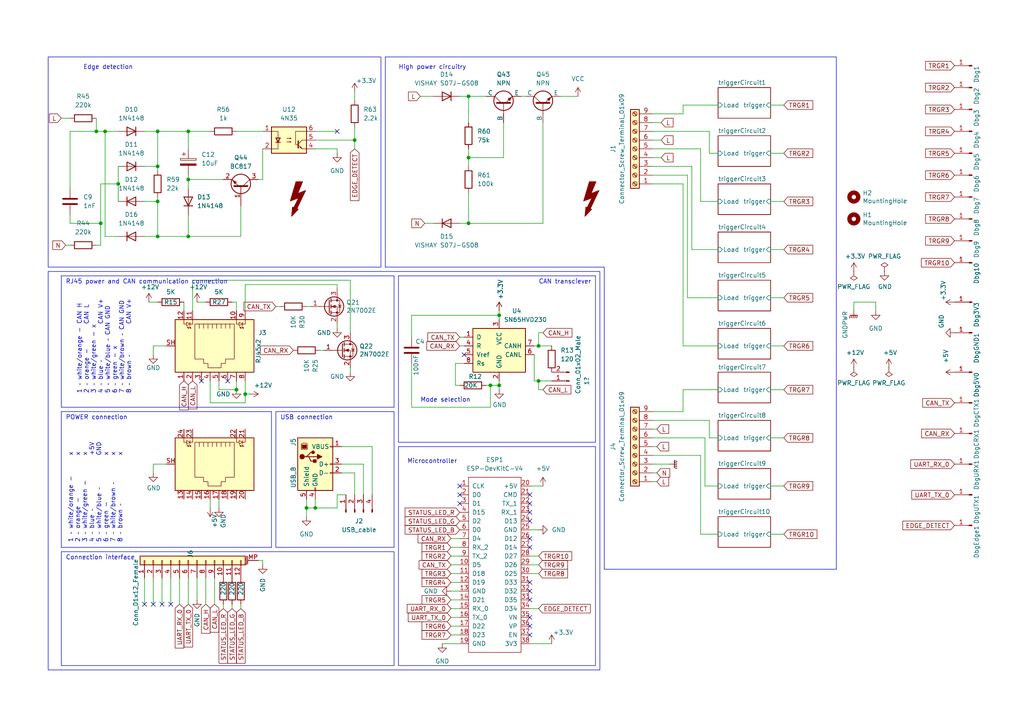
<source format=kicad_sch>
(kicad_sch (version 20230121) (generator eeschema)
  (paper "A4")
  (junction (at 144.78 111.76))
  (junction (at 54.61 38.1))
  (junction (at 54.61 68.58))
  (junction (at 88.9 147.32))
  (junction (at 45.72 48.26))
  (junction (at 27.94 38.1))
  (junction (at 45.72 68.58))
  (junction (at 34.29 53.34))
  (junction (at 29.21 64.77))
  (junction (at 135.89 45.72))
  (junction (at 91.44 147.32))
  (junction (at 144.78 91.44))
  (junction (at 45.72 38.1))
  (junction (at 45.72 58.42))
  (junction (at 54.61 52.07))
  (junction (at 142.24 111.76))
  (junction (at 135.89 64.77))
  (junction (at 156.21 100.33))
  (junction (at 102.87 40.64))
  (junction (at 156.21 110.49))
  (junction (at 68.58 113.03))
  (junction (at 135.89 27.94))
  (junction (at 71.12 114.3))
  (junction (at 30.48 38.1))
  (no_connect (at 153.67 184.15))
  (no_connect (at 133.35 143.51))
  (no_connect (at 66.04 110.49))
  (no_connect (at 58.42 110.49))
  (no_connect (at 41.91 175.26))
  (no_connect (at 153.67 173.99))
  (no_connect (at 134.62 102.87))
  (no_connect (at 49.53 175.26))
  (no_connect (at 153.67 179.07))
  (no_connect (at 153.67 171.45))
  (no_connect (at 153.67 148.59))
  (no_connect (at 46.99 175.26))
  (no_connect (at 153.67 168.91))
  (no_connect (at 153.67 143.51))
  (no_connect (at 153.67 151.13))
  (no_connect (at 153.67 156.21))
  (no_connect (at 153.67 158.75))
  (no_connect (at 153.67 146.05))
  (no_connect (at 133.35 140.97))
  (no_connect (at 44.45 175.26))
  (no_connect (at 153.67 181.61))
  (no_connect (at 133.35 146.05))
  (no_connect (at 97.79 38.1))
  (wire (pts (xy 128.27 186.69) (xy 133.35 186.69)))
  (wire (pts (xy 19.05 71.12) (xy 20.32 71.12)))
  (wire (pts (xy 132.08 105.41) (xy 132.08 111.76)))
  (wire (pts (xy 133.35 97.79) (xy 134.62 97.79)))
  (wire (pts (xy 203.2 58.42) (xy 208.28 58.42)))
  (wire (pts (xy 91.44 147.32) (xy 91.44 144.78)))
  (wire (pts (xy 198.12 113.03) (xy 198.12 119.38)))
  (wire (pts (xy 41.91 48.26) (xy 45.72 48.26)))
  (wire (pts (xy 29.21 53.34) (xy 34.29 53.34)))
  (wire (pts (xy 135.89 55.88) (xy 135.89 64.77)))
  (wire (pts (xy 88.9 88.9) (xy 90.17 88.9)))
  (wire (pts (xy 54.61 167.64) (xy 54.61 175.26)))
  (wire (pts (xy 74.93 162.56) (xy 76.2 162.56)))
  (wire (pts (xy 208.28 113.03) (xy 198.12 113.03)))
  (wire (pts (xy 69.85 176.53) (xy 69.85 175.26)))
  (wire (pts (xy 223.52 127) (xy 227.33 127)))
  (wire (pts (xy 45.72 58.42) (xy 45.72 68.58)))
  (wire (pts (xy 68.58 110.49) (xy 68.58 113.03)))
  (wire (pts (xy 101.6 107.95) (xy 101.6 106.68)))
  (wire (pts (xy 151.13 27.94) (xy 152.4 27.94)))
  (wire (pts (xy 130.81 163.83) (xy 133.35 163.83)))
  (wire (pts (xy 71.12 114.3) (xy 72.39 114.3)))
  (wire (pts (xy 205.74 38.1) (xy 205.74 44.45)))
  (polyline (pts (xy 17.78 80.01) (xy 114.3 80.01)))
  (wire (pts (xy 144.78 91.44) (xy 144.78 92.71)))
  (wire (pts (xy 54.61 52.07) (xy 54.61 54.61)))
  (wire (pts (xy 153.67 176.53) (xy 156.21 176.53)))
  (wire (pts (xy 45.72 48.26) (xy 45.72 49.53)))
  (wire (pts (xy 199.39 86.36) (xy 208.28 86.36)))
  (wire (pts (xy 67.31 176.53) (xy 67.31 175.26)))
  (wire (pts (xy 57.15 173.99) (xy 57.15 167.64)))
  (wire (pts (xy 27.94 71.12) (xy 29.21 71.12)))
  (wire (pts (xy 189.23 40.64) (xy 191.77 40.64)))
  (wire (pts (xy 45.72 38.1) (xy 54.61 38.1)))
  (wire (pts (xy 223.52 72.39) (xy 227.33 72.39)))
  (wire (pts (xy 130.81 173.99) (xy 133.35 173.99)))
  (polyline (pts (xy 17.78 118.11) (xy 114.3 118.11)))
  (wire (pts (xy 34.29 53.34) (xy 34.29 58.42)))
  (wire (pts (xy 71.12 114.3) (xy 71.12 116.84)))
  (wire (pts (xy 101.6 96.52) (xy 101.6 81.28)))
  (wire (pts (xy 49.53 167.64) (xy 49.53 175.26)))
  (wire (pts (xy 247.65 90.17) (xy 247.65 87.63)))
  (wire (pts (xy 153.67 140.97) (xy 157.48 140.97)))
  (wire (pts (xy 133.35 27.94) (xy 135.89 27.94)))
  (polyline (pts (xy 111.76 16.51) (xy 111.76 77.47)))
  (wire (pts (xy 44.45 134.62) (xy 48.26 134.62)))
  (wire (pts (xy 91.44 43.18) (xy 97.79 43.18)))
  (wire (pts (xy 198.12 100.33) (xy 208.28 100.33)))
  (wire (pts (xy 54.61 68.58) (xy 69.85 68.58)))
  (wire (pts (xy 153.67 163.83) (xy 156.21 163.83)))
  (wire (pts (xy 135.89 43.18) (xy 135.89 45.72)))
  (wire (pts (xy 102.87 43.18) (xy 102.87 40.64)))
  (wire (pts (xy 189.23 53.34) (xy 198.12 53.34)))
  (wire (pts (xy 55.88 81.28) (xy 55.88 90.17)))
  (wire (pts (xy 146.05 45.72) (xy 135.89 45.72)))
  (wire (pts (xy 27.94 38.1) (xy 30.48 38.1)))
  (wire (pts (xy 17.78 34.29) (xy 20.32 34.29)))
  (wire (pts (xy 198.12 30.48) (xy 208.28 30.48)))
  (wire (pts (xy 205.74 127) (xy 208.28 127)))
  (wire (pts (xy 154.94 102.87) (xy 154.94 110.49)))
  (wire (pts (xy 102.87 36.83) (xy 102.87 40.64)))
  (wire (pts (xy 41.91 175.26) (xy 41.91 167.64)))
  (wire (pts (xy 57.15 87.63) (xy 59.69 87.63)))
  (polyline (pts (xy 242.57 16.51) (xy 242.57 165.1)))
  (wire (pts (xy 68.58 87.63) (xy 68.58 90.17)))
  (wire (pts (xy 144.78 110.49) (xy 144.78 111.76)))
  (wire (pts (xy 71.12 82.55) (xy 97.79 82.55)))
  (wire (pts (xy 54.61 62.23) (xy 54.61 68.58)))
  (polyline (pts (xy 172.72 80.01) (xy 172.72 128.27)))
  (wire (pts (xy 30.48 38.1) (xy 34.29 38.1)))
  (wire (pts (xy 30.48 38.1) (xy 30.48 68.58)))
  (polyline (pts (xy 115.57 128.27) (xy 115.57 80.01)))
  (wire (pts (xy 135.89 27.94) (xy 135.89 35.56)))
  (wire (pts (xy 54.61 52.07) (xy 64.77 52.07)))
  (wire (pts (xy 63.5 113.03) (xy 68.58 113.03)))
  (wire (pts (xy 71.12 82.55) (xy 71.12 90.17)))
  (wire (pts (xy 130.81 168.91) (xy 133.35 168.91)))
  (wire (pts (xy 223.52 30.48) (xy 227.33 30.48)))
  (wire (pts (xy 52.07 175.26) (xy 52.07 167.64)))
  (polyline (pts (xy 111.76 16.51) (xy 242.57 16.51)))
  (wire (pts (xy 142.24 111.76) (xy 144.78 111.76)))
  (wire (pts (xy 189.23 121.92) (xy 205.74 121.92)))
  (wire (pts (xy 34.29 48.26) (xy 34.29 53.34)))
  (wire (pts (xy 80.01 88.9) (xy 81.28 88.9)))
  (wire (pts (xy 153.67 166.37) (xy 156.21 166.37)))
  (polyline (pts (xy 17.78 119.38) (xy 78.74 119.38)))
  (wire (pts (xy 134.62 105.41) (xy 132.08 105.41)))
  (wire (pts (xy 146.05 35.56) (xy 146.05 45.72)))
  (wire (pts (xy 254 87.63) (xy 254 90.17)))
  (wire (pts (xy 48.26 100.33) (xy 44.45 100.33)))
  (wire (pts (xy 189.23 35.56) (xy 191.77 35.56)))
  (wire (pts (xy 119.38 91.44) (xy 144.78 91.44)))
  (wire (pts (xy 189.23 129.54) (xy 190.5 129.54)))
  (wire (pts (xy 189.23 132.08) (xy 203.2 132.08)))
  (wire (pts (xy 189.23 33.02) (xy 198.12 33.02)))
  (wire (pts (xy 200.66 48.26) (xy 200.66 72.39)))
  (wire (pts (xy 156.21 113.03) (xy 157.48 113.03)))
  (wire (pts (xy 20.32 64.77) (xy 29.21 64.77)))
  (wire (pts (xy 223.52 154.94) (xy 227.33 154.94)))
  (wire (pts (xy 223.52 140.97) (xy 227.33 140.97)))
  (wire (pts (xy 20.32 38.1) (xy 20.32 54.61)))
  (wire (pts (xy 29.21 71.12) (xy 29.21 64.77)))
  (wire (pts (xy 101.6 81.28) (xy 55.88 81.28)))
  (wire (pts (xy 154.94 110.49) (xy 156.21 110.49)))
  (wire (pts (xy 69.85 68.58) (xy 69.85 59.69)))
  (polyline (pts (xy 17.78 158.75) (xy 78.74 158.75)))
  (wire (pts (xy 135.89 45.72) (xy 135.89 48.26)))
  (wire (pts (xy 157.48 35.56) (xy 157.48 64.77)))
  (wire (pts (xy 205.74 121.92) (xy 205.74 127)))
  (wire (pts (xy 45.72 68.58) (xy 41.91 68.58)))
  (wire (pts (xy 130.81 161.29) (xy 133.35 161.29)))
  (wire (pts (xy 223.52 86.36) (xy 227.33 86.36)))
  (polyline (pts (xy 17.78 80.01) (xy 17.78 118.11)))
  (polyline (pts (xy 17.78 119.38) (xy 17.78 158.75)))
  (wire (pts (xy 107.95 129.54) (xy 99.06 129.54)))
  (wire (pts (xy 204.47 127) (xy 204.47 140.97)))
  (wire (pts (xy 203.2 132.08) (xy 203.2 154.94)))
  (wire (pts (xy 91.44 40.64) (xy 102.87 40.64)))
  (wire (pts (xy 132.08 111.76) (xy 133.35 111.76)))
  (wire (pts (xy 189.23 48.26) (xy 200.66 48.26)))
  (wire (pts (xy 130.81 181.61) (xy 133.35 181.61)))
  (wire (pts (xy 46.99 175.26) (xy 46.99 167.64)))
  (wire (pts (xy 189.23 139.7) (xy 190.5 139.7)))
  (wire (pts (xy 91.44 38.1) (xy 97.79 38.1)))
  (wire (pts (xy 205.74 44.45) (xy 208.28 44.45)))
  (wire (pts (xy 97.79 95.25) (xy 97.79 93.98)))
  (wire (pts (xy 189.23 134.62) (xy 194.31 134.62)))
  (wire (pts (xy 156.21 96.52) (xy 156.21 100.33)))
  (wire (pts (xy 97.79 147.32) (xy 91.44 147.32)))
  (wire (pts (xy 130.81 184.15) (xy 133.35 184.15)))
  (wire (pts (xy 97.79 143.51) (xy 97.79 147.32)))
  (wire (pts (xy 102.87 137.16) (xy 99.06 137.16)))
  (wire (pts (xy 64.77 176.53) (xy 64.77 175.26)))
  (wire (pts (xy 30.48 68.58) (xy 34.29 68.58)))
  (wire (pts (xy 153.67 153.67) (xy 156.21 153.67)))
  (wire (pts (xy 60.96 116.84) (xy 60.96 110.49)))
  (wire (pts (xy 223.52 100.33) (xy 227.33 100.33)))
  (wire (pts (xy 153.67 186.69) (xy 160.02 186.69)))
  (wire (pts (xy 54.61 38.1) (xy 54.61 43.18)))
  (wire (pts (xy 198.12 53.34) (xy 198.12 100.33)))
  (wire (pts (xy 63.5 110.49) (xy 63.5 113.03)))
  (wire (pts (xy 44.45 137.16) (xy 44.45 134.62)))
  (wire (pts (xy 88.9 147.32) (xy 88.9 149.86)))
  (wire (pts (xy 59.69 167.64) (xy 59.69 175.26)))
  (wire (pts (xy 63.5 144.78) (xy 63.5 147.32)))
  (wire (pts (xy 102.87 26.67) (xy 102.87 29.21)))
  (wire (pts (xy 189.23 124.46) (xy 190.5 124.46)))
  (wire (pts (xy 119.38 118.11) (xy 142.24 118.11)))
  (wire (pts (xy 76.2 52.07) (xy 74.93 52.07)))
  (wire (pts (xy 189.23 43.18) (xy 203.2 43.18)))
  (wire (pts (xy 198.12 33.02) (xy 198.12 30.48)))
  (wire (pts (xy 223.52 58.42) (xy 227.33 58.42)))
  (wire (pts (xy 54.61 50.8) (xy 54.61 52.07)))
  (wire (pts (xy 100.33 143.51) (xy 97.79 143.51)))
  (wire (pts (xy 76.2 162.56) (xy 76.2 163.83)))
  (polyline (pts (xy 78.74 119.38) (xy 78.74 158.75)))
  (wire (pts (xy 99.06 134.62) (xy 105.41 134.62)))
  (wire (pts (xy 135.89 64.77) (xy 133.35 64.77)))
  (wire (pts (xy 121.92 27.94) (xy 125.73 27.94)))
  (wire (pts (xy 204.47 140.97) (xy 208.28 140.97)))
  (polyline (pts (xy 115.57 128.27) (xy 172.72 128.27)))
  (wire (pts (xy 119.38 97.79) (xy 119.38 91.44)))
  (wire (pts (xy 189.23 137.16) (xy 190.5 137.16)))
  (wire (pts (xy 123.19 64.77) (xy 125.73 64.77)))
  (wire (pts (xy 200.66 72.39) (xy 208.28 72.39)))
  (wire (pts (xy 189.23 127) (xy 204.47 127)))
  (wire (pts (xy 67.31 87.63) (xy 68.58 87.63)))
  (wire (pts (xy 223.52 113.03) (xy 227.33 113.03)))
  (wire (pts (xy 20.32 64.77) (xy 20.32 62.23)))
  (wire (pts (xy 198.12 119.38) (xy 189.23 119.38)))
  (wire (pts (xy 45.72 38.1) (xy 45.72 48.26)))
  (polyline (pts (xy 115.57 80.01) (xy 172.72 80.01)))
  (polyline (pts (xy 242.57 165.1) (xy 175.26 165.1)))
  (wire (pts (xy 140.97 111.76) (xy 142.24 111.76)))
  (wire (pts (xy 189.23 38.1) (xy 205.74 38.1)))
  (wire (pts (xy 144.78 111.76) (xy 144.78 113.03)))
  (wire (pts (xy 130.81 179.07) (xy 133.35 179.07)))
  (wire (pts (xy 142.24 118.11) (xy 142.24 111.76)))
  (wire (pts (xy 135.89 27.94) (xy 140.97 27.94)))
  (wire (pts (xy 20.32 38.1) (xy 27.94 38.1)))
  (wire (pts (xy 60.96 147.32) (xy 60.96 144.78)))
  (wire (pts (xy 92.71 101.6) (xy 93.98 101.6)))
  (wire (pts (xy 223.52 44.45) (xy 227.33 44.45)))
  (wire (pts (xy 76.2 43.18) (xy 76.2 52.07)))
  (wire (pts (xy 189.23 50.8) (xy 199.39 50.8)))
  (wire (pts (xy 130.81 166.37) (xy 133.35 166.37)))
  (wire (pts (xy 156.21 110.49) (xy 156.21 113.03)))
  (wire (pts (xy 144.78 90.17) (xy 144.78 91.44)))
  (wire (pts (xy 203.2 154.94) (xy 208.28 154.94)))
  (wire (pts (xy 119.38 105.41) (xy 119.38 118.11)))
  (wire (pts (xy 134.62 100.33) (xy 133.35 100.33)))
  (wire (pts (xy 54.61 68.58) (xy 45.72 68.58)))
  (polyline (pts (xy 114.3 80.01) (xy 114.3 118.11)))
  (wire (pts (xy 105.41 134.62) (xy 105.41 143.51)))
  (wire (pts (xy 203.2 43.18) (xy 203.2 58.42)))
  (wire (pts (xy 71.12 116.84) (xy 60.96 116.84)))
  (wire (pts (xy 102.87 143.51) (xy 102.87 137.16)))
  (wire (pts (xy 88.9 144.78) (xy 88.9 147.32)))
  (wire (pts (xy 44.45 100.33) (xy 44.45 102.87)))
  (wire (pts (xy 156.21 110.49) (xy 160.02 110.49)))
  (wire (pts (xy 44.45 167.64) (xy 44.45 175.26)))
  (wire (pts (xy 88.9 147.32) (xy 91.44 147.32)))
  (wire (pts (xy 130.81 156.21) (xy 133.35 156.21)))
  (wire (pts (xy 130.81 158.75) (xy 133.35 158.75)))
  (wire (pts (xy 153.67 161.29) (xy 156.21 161.29)))
  (wire (pts (xy 130.81 171.45) (xy 133.35 171.45)))
  (wire (pts (xy 130.81 176.53) (xy 133.35 176.53)))
  (wire (pts (xy 97.79 82.55) (xy 97.79 83.82)))
  (polyline (pts (xy 175.26 165.1) (xy 175.26 77.47)))
  (wire (pts (xy 97.79 43.18) (xy 97.79 44.45)))
  (wire (pts (xy 71.12 110.49) (xy 71.12 114.3)))
  (wire (pts (xy 54.61 38.1) (xy 60.96 38.1)))
  (wire (pts (xy 107.95 143.51) (xy 107.95 129.54)))
  (wire (pts (xy 157.48 96.52) (xy 156.21 96.52)))
  (wire (pts (xy 199.39 50.8) (xy 199.39 86.36)))
  (wire (pts (xy 43.18 87.63) (xy 45.72 87.63)))
  (wire (pts (xy 41.91 58.42) (xy 45.72 58.42)))
  (wire (pts (xy 41.91 38.1) (xy 45.72 38.1)))
  (wire (pts (xy 189.23 45.72) (xy 191.77 45.72)))
  (wire (pts (xy 27.94 34.29) (xy 27.94 38.1)))
  (wire (pts (xy 162.56 27.94) (xy 167.64 27.94)))
  (wire (pts (xy 29.21 64.77) (xy 29.21 53.34)))
  (wire (pts (xy 45.72 58.42) (xy 45.72 57.15)))
  (wire (pts (xy 247.65 87.63) (xy 254 87.63)))
  (wire (pts (xy 53.34 87.63) (xy 53.34 90.17)))
  (polyline (pts (xy 175.26 77.47) (xy 111.76 77.47)))
  (wire (pts (xy 68.58 38.1) (xy 76.2 38.1)))
  (wire (pts (xy 62.23 175.26) (xy 62.23 167.64)))
  (wire (pts (xy 157.48 64.77) (xy 135.89 64.77)))
  (wire (pts (xy 154.94 100.33) (xy 156.21 100.33)))
  (wire (pts (xy 156.21 100.33) (xy 160.02 100.33)))
  (rectangle (start 80.01 119.38) (end 114.3 158.75))
  (rectangle (start 13.97 16.51) (end 110.49 77.47))
  (rectangle (start 115.57 129.54) (end 172.72 193.04))
  (rectangle (start 17.78 160.02) (end 114.3 193.04))
  (rectangle (start 13.97 78.74) (end 173.99 194.31))
  (text "1 – white/orange - CAN H\n2 – orange -	CAN L\n3 – white/green - x\n4 – blue –		CAN V+\n5 – white/blue – CAN GND\n6 – green - x\n7 – white/brown – CAN GND\n8 – brown –		CAN V+" (at 38.1 114.3 90) (effects (font (size 1.27 1.27)) (justify left bottom)))
  (text "Connection interface" (at 19.05 162.56 0) (effects (font (size 1.27 1.27)) (justify left bottom)))
  (text "High power circuitry\n" (at 115.57 20.32 0) (effects (font (size 1.27 1.27)) (justify left bottom)))
  (text "CAN transciever" (at 156.21 82.55 0) (effects (font (size 1.27 1.27)) (justify left bottom)))
  (text "POWER connection" (at 19.05 121.92 0) (effects (font (size 1.27 1.27)) (justify left bottom)))
  (text "Mode selection\n" (at 121.92 116.84 0) (effects (font (size 1.27 1.27)) (justify left bottom)))
  (text "Microcontroller" (at 118.11 134.62 0) (effects (font (size 1.27 1.27)) (justify left bottom)))
  (text "RJ45 power and CAN communication connection" (at 19.05 82.55 0) (effects (font (size 1.27 1.27)) (justify left bottom)))
  (text "USB connection" (at 81.28 121.92 0) (effects (font (size 1.27 1.27)) (justify left bottom)))
  (text "1 – white/orange -	x\n2 – orange -		x\n3 – white/green -	x\n4 – blue –			+5V\n5 – white/blue –	GND\n6 – green -			x\n7 – white/brown –	x\n8 – brown –			x" (at 35.56 157.48 90) (effects (font (size 1.27 1.27)) (justify left bottom)))
  (text "Edge detection" (at 24.13 20.32 0) (effects (font (size 1.27 1.27)) (justify left bottom)))
  (global_label "TRGR5" (shape input) (at 130.81 173.99 180) (property "Intersheetrefs" "${INTERSHEET_REFS}" (effects hide)))
  (global_label "CAN_RX" (shape input) (at 133.35 100.33 180) (property "Intersheetrefs" "${INTERSHEET_REFS}" (effects hide)))
  (global_label "UART_TX_0" (shape input) (at 276.86 143.51 180) (property "Intersheetrefs" "${INTERSHEET_REFS}" (effects hide)))
  (global_label "STATUS_LED_B" (shape input) (at 69.85 176.53 270) (property "Intersheetrefs" "${INTERSHEET_REFS}" (effects hide)))
  (global_label "EDGE_DETECT" (shape input) (at 102.87 43.18 270) (property "Intersheetrefs" "${INTERSHEET_REFS}" (effects hide)))
  (global_label "TRGR1" (shape input) (at 227.33 30.48 0) (property "Intersheetrefs" "${INTERSHEET_REFS}" (effects hide)))
  (global_label "N" (shape input) (at 123.19 64.77 180) (property "Intersheetrefs" "${INTERSHEET_REFS}" (effects hide)))
  (global_label "CAN_RX" (shape input) (at 130.81 156.21 180) (property "Intersheetrefs" "${INTERSHEET_REFS}" (effects hide)))
  (global_label "TRGR9" (shape input) (at 276.86 69.85 180) (property "Intersheetrefs" "${INTERSHEET_REFS}" (effects hide)))
  (global_label "TRGR8" (shape input) (at 227.33 127 0) (property "Intersheetrefs" "${INTERSHEET_REFS}" (effects hide)))
  (global_label "TRGR9" (shape input) (at 227.33 140.97 0) (property "Intersheetrefs" "${INTERSHEET_REFS}" (effects hide)))
  (global_label "STATUS_LED_G" (shape input) (at 67.31 176.53 270) (property "Intersheetrefs" "${INTERSHEET_REFS}" (effects hide)))
  (global_label "TRGR4" (shape input) (at 130.81 168.91 180) (property "Intersheetrefs" "${INTERSHEET_REFS}" (effects hide)))
  (global_label "TRGR7" (shape input) (at 227.33 113.03 0) (property "Intersheetrefs" "${INTERSHEET_REFS}" (effects hide)))
  (global_label "CAN_RX" (shape input) (at 85.09 101.6 180) (property "Intersheetrefs" "${INTERSHEET_REFS}" (effects hide)))
  (global_label "TRGR8" (shape input) (at 156.21 166.37 0) (property "Intersheetrefs" "${INTERSHEET_REFS}" (effects hide)))
  (global_label "CAN_H" (shape input) (at 53.34 110.49 270) (property "Intersheetrefs" "${INTERSHEET_REFS}" (effects hide)))
  (global_label "CAN_H" (shape input) (at 157.48 96.52 0) (property "Intersheetrefs" "${INTERSHEET_REFS}" (effects hide)))
  (global_label "EDGE_DETECT" (shape input) (at 276.86 152.4 180) (property "Intersheetrefs" "${INTERSHEET_REFS}" (effects hide)))
  (global_label "CAN_TX" (shape input) (at 130.81 163.83 180) (property "Intersheetrefs" "${INTERSHEET_REFS}" (effects hide)))
  (global_label "L" (shape input) (at 190.5 129.54 0) (property "Intersheetrefs" "${INTERSHEET_REFS}" (effects hide)))
  (global_label "TRGR2" (shape input) (at 276.86 25.4 180) (property "Intersheetrefs" "${INTERSHEET_REFS}" (effects hide)))
  (global_label "TRGR10" (shape input) (at 156.21 161.29 0) (property "Intersheetrefs" "${INTERSHEET_REFS}" (effects hide)))
  (global_label "L" (shape input) (at 191.77 35.56 0) (property "Intersheetrefs" "${INTERSHEET_REFS}" (effects hide)))
  (global_label "TRGR6" (shape input) (at 227.33 100.33 0) (property "Intersheetrefs" "${INTERSHEET_REFS}" (effects hide)))
  (global_label "CAN_TX" (shape input) (at 80.01 88.9 180) (property "Intersheetrefs" "${INTERSHEET_REFS}" (effects hide)))
  (global_label "N" (shape input) (at 190.5 137.16 0) (property "Intersheetrefs" "${INTERSHEET_REFS}" (effects hide)))
  (global_label "CAN_TX" (shape input) (at 133.35 97.79 180) (property "Intersheetrefs" "${INTERSHEET_REFS}" (effects hide)))
  (global_label "TRGR1" (shape input) (at 130.81 158.75 180) (property "Intersheetrefs" "${INTERSHEET_REFS}" (effects hide)))
  (global_label "L" (shape input) (at 17.78 34.29 180) (property "Intersheetrefs" "${INTERSHEET_REFS}" (effects hide)))
  (global_label "L" (shape input) (at 191.77 40.64 0) (property "Intersheetrefs" "${INTERSHEET_REFS}" (effects hide)))
  (global_label "UART_RX_0" (shape input) (at 130.81 176.53 180) (property "Intersheetrefs" "${INTERSHEET_REFS}" (effects hide)))
  (global_label "UART_RX_0" (shape input) (at 276.86 134.62 180) (property "Intersheetrefs" "${INTERSHEET_REFS}" (effects hide)))
  (global_label "TRGR8" (shape input) (at 276.86 63.5 180) (property "Intersheetrefs" "${INTERSHEET_REFS}" (effects hide)))
  (global_label "STATUS_LED_R" (shape input) (at 133.35 148.59 180) (property "Intersheetrefs" "${INTERSHEET_REFS}" (effects hide)))
  (global_label "TRGR10" (shape input) (at 227.33 154.94 0) (property "Intersheetrefs" "${INTERSHEET_REFS}" (effects hide)))
  (global_label "TRGR5" (shape input) (at 276.86 44.45 180) (property "Intersheetrefs" "${INTERSHEET_REFS}" (effects hide)))
  (global_label "TRGR3" (shape input) (at 130.81 166.37 180) (property "Intersheetrefs" "${INTERSHEET_REFS}" (effects hide)))
  (global_label "UART_TX_0" (shape input) (at 54.61 175.26 270) (property "Intersheetrefs" "${INTERSHEET_REFS}" (effects hide)))
  (global_label "TRGR1" (shape input) (at 276.86 19.05 180) (property "Intersheetrefs" "${INTERSHEET_REFS}" (effects hide)))
  (global_label "L" (shape input) (at 121.92 27.94 180) (property "Intersheetrefs" "${INTERSHEET_REFS}" (effects hide)))
  (global_label "TRGR3" (shape input) (at 276.86 31.75 180) (property "Intersheetrefs" "${INTERSHEET_REFS}" (effects hide)))
  (global_label "CAN_L" (shape input) (at 157.48 113.03 0) (property "Intersheetrefs" "${INTERSHEET_REFS}" (effects hide)))
  (global_label "TRGR7" (shape input) (at 276.86 57.15 180) (property "Intersheetrefs" "${INTERSHEET_REFS}" (effects hide)))
  (global_label "CAN_TX" (shape input) (at 276.86 116.84 180) (property "Intersheetrefs" "${INTERSHEET_REFS}" (effects hide)))
  (global_label "STATUS_LED_B" (shape input) (at 133.35 153.67 180) (property "Intersheetrefs" "${INTERSHEET_REFS}" (effects hide)))
  (global_label "TRGR6" (shape input) (at 276.86 50.8 180) (property "Intersheetrefs" "${INTERSHEET_REFS}" (effects hide)))
  (global_label "TRGR2" (shape input) (at 130.81 161.29 180) (property "Intersheetrefs" "${INTERSHEET_REFS}" (effects hide)))
  (global_label "CAN_L" (shape input) (at 55.88 110.49 270) (property "Intersheetrefs" "${INTERSHEET_REFS}" (effects hide)))
  (global_label "N" (shape input) (at 19.05 71.12 180) (property "Intersheetrefs" "${INTERSHEET_REFS}" (effects hide)))
  (global_label "L" (shape input) (at 190.5 139.7 0) (property "Intersheetrefs" "${INTERSHEET_REFS}" (effects hide)))
  (global_label "TRGR2" (shape input) (at 227.33 44.45 0) (property "Intersheetrefs" "${INTERSHEET_REFS}" (effects hide)))
  (global_label "L" (shape input) (at 191.77 45.72 0) (property "Intersheetrefs" "${INTERSHEET_REFS}" (effects hide)))
  (global_label "TRGR3" (shape input) (at 227.33 58.42 0) (property "Intersheetrefs" "${INTERSHEET_REFS}" (effects hide)))
  (global_label "UART_RX_0" (shape input) (at 52.07 175.26 270) (property "Intersheetrefs" "${INTERSHEET_REFS}" (effects hide)))
  (global_label "CAN_RX" (shape input) (at 276.86 125.73 180) (property "Intersheetrefs" "${INTERSHEET_REFS}" (effects hide)))
  (global_label "STATUS_LED_G" (shape input) (at 133.35 151.13 180) (property "Intersheetrefs" "${INTERSHEET_REFS}" (effects hide)))
  (global_label "TRGR6" (shape input) (at 130.81 181.61 180) (property "Intersheetrefs" "${INTERSHEET_REFS}" (effects hide)))
  (global_label "STATUS_LED_R" (shape input) (at 64.77 176.53 270) (property "Intersheetrefs" "${INTERSHEET_REFS}" (effects hide)))
  (global_label "CAN_L" (shape input) (at 62.23 175.26 270) (property "Intersheetrefs" "${INTERSHEET_REFS}" (effects hide)))
  (global_label "TRGR4" (shape input) (at 227.33 72.39 0) (property "Intersheetrefs" "${INTERSHEET_REFS}" (effects hide)))
  (global_label "L" (shape input) (at 190.5 124.46 0) (property "Intersheetrefs" "${INTERSHEET_REFS}" (effects hide)))
  (global_label "TRGR4" (shape input) (at 276.86 38.1 180) (property "Intersheetrefs" "${INTERSHEET_REFS}" (effects hide)))
  (global_label "TRGR7" (shape input) (at 130.81 184.15 180) (property "Intersheetrefs" "${INTERSHEET_REFS}" (effects hide)))
  (global_label "TRGR5" (shape input) (at 227.33 86.36 0) (property "Intersheetrefs" "${INTERSHEET_REFS}" (effects hide)))
  (global_label "TRGR10" (shape input) (at 276.86 76.2 180) (property "Intersheetrefs" "${INTERSHEET_REFS}" (effects hide)))
  (global_label "CAN_H" (shape input) (at 59.69 175.26 270) (property "Intersheetrefs" "${INTERSHEET_REFS}" (effects hide)))
  (global_label "UART_TX_0" (shape input) (at 130.81 179.07 180) (property "Intersheetrefs" "${INTERSHEET_REFS}" (effects hide)))
  (global_label "EDGE_DETECT" (shape input) (at 156.21 176.53 0) (property "Intersheetrefs" "${INTERSHEET_REFS}" (effects hide)))
  (global_label "TRGR9" (shape input) (at 156.21 163.83 0) (property "Intersheetrefs" "${INTERSHEET_REFS}" (effects hide)))
  (symbol (lib_id "Overlord-cache:Connector_Conn_01x01_Male") (at 281.94 143.51 180) (unit 1)
    (property "Reference" "DbgUTX1" (at 283.21 143.51 90) (effects (justify left)))
    (property "Value" "Connector_Conn_01x01_Male" (effects hide))
    (property "Footprint" "Connector_PinHeader_2.54mm:PinHeader_1x01_P2.54mm_Vertical" (effects hide))
  )
  (symbol (lib_id "Overlord-cache:Connector_Conn_01x01_Male") (at 281.94 50.8 180) (unit 1)
    (property "Reference" "Dbg6" (at 283.21 50.8 90) (effects (justify left)))
    (property "Value" "Connector_Conn_01x01_Male" (effects hide))
    (property "Footprint" "Connector_PinHeader_2.54mm:PinHeader_1x01_P2.54mm_Vertical" (effects hide))
  )
  (symbol (lib_id "power:GND") (at 144.78 113.03 0) (unit 1)
    (property "Reference" "#PWR020" (effects hide))
    (property "Value" "GND" (at 144.907 117.4242 0))
  )
  (symbol (lib_id "Device:R") (at 135.89 39.37 0) (unit 1)
    (property "Reference" "R60" (at 138.43 38.1 0) (effects (justify left)))
    (property "Value" "75k" (at 138.43 40.64 0) (effects (justify left)))
    (property "Footprint" "Resistor_SMD:R_0805_2012Metric_Pad1.20x1.40mm_HandSolder" (effects hide))
    (property "Datasheet" "https://si.farnell.com/multicomp-pro/mcsr08x7502ftl/res-75k-1-0-125w-0805-thick-film/dp/2074513" (effects hide))
  )
  (symbol (lib_id "Overlord-cache:Connector_Conn_01x01_Male") (at 281.94 125.73 180) (unit 1)
    (property "Reference" "DbgCRX1" (at 283.21 124.46 90) (effects (justify left)))
    (property "Value" "Connector_Conn_01x01_Male" (effects hide))
    (property "Footprint" "Connector_PinHeader_2.54mm:PinHeader_1x01_P2.54mm_Vertical" (effects hide))
  )
  (symbol (lib_id "Device:R") (at 67.31 171.45 0) (unit 1)
    (property "Reference" "R65" (effects hide))
    (property "Value" "220" (at 67.31 172.72 90) (effects (justify left)))
    (property "Footprint" "Resistor_SMD:R_0805_2012Metric_Pad1.20x1.40mm_HandSolder" (effects hide))
  )
  (symbol (lib_id "Connector:USB_B") (at 91.44 134.62 0) (unit 1)
    (property "Reference" "J5" (at 85.09 128.27 90))
    (property "Value" "USB_B" (at 85.09 138.43 90))
    (property "Footprint" "Connector_USB:USB_B_OST_USB-B1HSxx_Horizontal" (effects hide))
    (property "Datasheet" " ~" (effects hide))
  )
  (symbol (lib_id "Overlord-cache:74HC251D,653_RJ45x2") (at 62.23 100.33 0) (unit 1)
    (property "Reference" "J3" (at 74.93 96.52 0) (effects (justify left)))
    (property "Value" "RJ45x2" (at 74.93 105.41 90) (effects (justify left)))
    (property "Footprint" "Connector_RJ:RJ45_Amphenol_RJHSE538X-02" (effects hide))
  )
  (symbol (lib_id "power:GND") (at 156.21 153.67 90) (unit 1)
    (property "Reference" "#PWR021" (effects hide))
    (property "Value" "GND" (at 160.02 153.67 90) (effects (justify right)))
  )
  (symbol (lib_id "Overlord-cache:Connector_Conn_01x01_Male") (at 281.94 25.4 180) (unit 1)
    (property "Reference" "Dbg2" (at 283.21 25.4 90) (effects (justify left)))
    (property "Value" "Connector_Conn_01x01_Male" (effects hide))
    (property "Footprint" "Connector_PinHeader_2.54mm:PinHeader_1x01_P2.54mm_Vertical" (effects hide))
  )
  (symbol (lib_id "power:GND") (at 276.86 96.52 270) (unit 1)
    (property "Reference" "#PWR033" (effects hide))
    (property "Value" "GND" (at 273.05 95.25 0) (effects (justify right)))
  )
  (symbol (lib_id "Overlord-cache:Connector_Conn_01x01_Male") (at 281.94 76.2 180) (unit 1)
    (property "Reference" "Dbg10" (at 283.21 76.2 90) (effects (justify left)))
    (property "Value" "Connector_Conn_01x01_Male" (effects hide))
    (property "Footprint" "Connector_PinHeader_2.54mm:PinHeader_1x01_P2.54mm_Vertical" (effects hide))
  )
  (symbol (lib_id "Device:R") (at 24.13 34.29 90) (unit 1)
    (property "Reference" "R45" (at 24.13 27.94 90))
    (property "Value" "220k" (at 24.13 30.48 90))
    (property "Footprint" "Resistor_SMD:R_1210_3225Metric_Pad1.30x2.65mm_HandSolder" (effects hide))
  )
  (symbol (lib_id "power:GND") (at 254 90.17 0) (unit 1)
    (property "Reference" "#PWR029" (effects hide))
    (property "Value" "GND" (at 254 95.25 0))
  )
  (symbol (lib_id "power:GND") (at 101.6 107.95 0) (unit 1)
    (property "Reference" "#PWR014" (effects hide))
    (property "Value" "GND" (at 97.79 109.22 0))
  )
  (symbol (lib_id "Device:R") (at 135.89 52.07 0) (unit 1)
    (property "Reference" "R61" (at 138.43 50.8 0) (effects (justify left)))
    (property "Value" "100k" (at 138.43 53.34 0) (effects (justify left)))
    (property "Footprint" "Resistor_SMD:R_0402_1005Metric_Pad0.72x0.64mm_HandSolder" (effects hide))
    (property "Datasheet" "https://si.farnell.com/vishay/crcw0402100kjned/res-100k-5-0-063w-0402-thick-film/dp/1652738" (effects hide))
  )
  (symbol (lib_id "Overlord-cache:Connector_Screw_Terminal_01x09") (at 184.15 129.54 180) (unit 1)
    (property "Reference" "J4" (at 177.8 129.54 90))
    (property "Value" "Connector_Screw_Terminal_01x09" (at 180.34 129.54 90))
    (property "Footprint" "TerminalBlockCustom:TerminalBlock_9_5.08mm" (effects hide))
  )
  (symbol (lib_id "power:VCC") (at 167.64 27.94 0) (unit 1)
    (property "Reference" "#PWR024" (effects hide))
    (property "Value" "VCC" (at 167.64 22.86 0))
  )
  (symbol (lib_id "power:+3.3V") (at 102.87 26.67 0) (unit 1)
    (property "Reference" "#PWR015" (effects hide))
    (property "Value" "+3.3V" (at 103.251 23.4188 0) (effects (justify left)))
  )
  (symbol (lib_id "Device:R") (at 88.9 101.6 270) (unit 1)
    (property "Reference" "R25" (at 91.44 104.14 0) (effects (justify left)))
    (property "Value" "10K" (at 88.9 104.14 0) (effects (justify left)))
    (property "Footprint" "Resistor_SMD:R_0805_2012Metric_Pad1.20x1.40mm_HandSolder" (effects hide))
  )
  (symbol (lib_id "Isolator:4N35") (at 83.82 40.64 0) (unit 1)
    (property "Reference" "U12" (at 83.82 31.75 0))
    (property "Value" "4N35" (at 83.82 34.29 0))
    (property "Footprint" "Package_DIP:DIP-6_W7.62mm" (effects hide))
    (property "Datasheet" "https://www.vishay.com/docs/81181/4n35.pdf" (effects hide))
    (property "Sim.Device" "D" (effects hide))
    (property "Sim.Pins" "1=A 2=K" (effects hide))
  )
  (symbol (lib_id "Device:C") (at 119.38 101.6 180) (unit 1)
    (property "Reference" "C4" (at 123.19 99.06 0) (effects (justify left)))
    (property "Value" "100nF" (at 120.65 102.87 90) (effects (justify left)))
    (property "Footprint" "Capacitor_THT:C_Disc_D6.0mm_W2.5mm_P5.00mm" (effects hide))
  )
  (symbol (lib_id "Device:R") (at 49.53 87.63 270) (unit 1)
    (property "Reference" "R15" (at 49.53 87.63 90))
    (property "Value" "5K" (at 49.53 84.6836 90))
    (property "Footprint" "Resistor_SMD:R_0805_2012Metric_Pad1.20x1.40mm_HandSolder" (effects hide))
  )
  (symbol (lib_id "power:+5V") (at 157.48 140.97 0) (unit 1)
    (property "Reference" "#PWR022" (effects hide))
    (property "Value" "+5V" (at 157.48 135.89 0))
  )
  (symbol (lib_id "Simulation_SPICE:NPN") (at 146.05 30.48 90) (unit 1)
    (property "Reference" "Q43" (at 146.05 21.59 90))
    (property "Value" "NPN" (at 146.05 24.13 90))
    (property "Footprint" "Package_TO_SOT_SMD:SC-59_Handsoldering" (effects hide))
    (property "Datasheet" "https://si.farnell.com/rohm/2sc4061kt146n/trans-npn-300v-0-1a-150deg-c-0/dp/2965305" (effects hide))
    (property "Sim.Device" "NPN" (effects hide))
  )
  (symbol (lib_id "Device:R") (at 102.87 33.02 0) (unit 1)
    (property "Reference" "R63" (at 105.41 31.75 0) (effects (justify left)))
    (property "Value" "2.2k" (at 105.41 34.29 0) (effects (justify left)))
    (property "Footprint" "Resistor_SMD:R_1210_3225Metric_Pad1.30x2.65mm_HandSolder" (effects hide))
  )
  (symbol (lib_id "power:+12V") (at 43.18 87.63 0) (unit 1)
    (property "Reference" "#PWR01" (effects hide))
    (property "Value" "+12V" (at 43.561 83.2358 0))
  )
  (symbol (lib_id "power:PWR_FLAG") (at 256.54 78.74 0) (unit 1)
    (property "Reference" "#FLG03" (effects hide))
    (property "Value" "PWR_FLAG" (at 256.54 74.3458 0))
  )
  (symbol (lib_id "Connector:Conn_01x02_Pin") (at 165.1 110.49 180) (unit 1)
    (property "Reference" "1?" (at 170.18 111.76 90) (effects (justify right)))
    (property "Value" "Conn_01x02_Male" (at 167.64 114.3 90) (effects (justify right)))
    (property "Footprint" "Connector_PinHeader_2.54mm:PinHeader_1x02_P2.54mm_Vertical" (effects hide))
  )
  (symbol (lib_id "power:GND") (at 97.79 44.45 0) (unit 1)
    (property "Reference" "#PWR012" (effects hide))
    (property "Value" "GND" (at 97.79 49.53 0))
  )
  (symbol (lib_id "Mechanical:MountingHole") (at 247.65 57.15 0) (unit 1)
    (property "Reference" "H2" (at 250.19 55.9816 0) (effects (justify left)))
    (property "Value" "MountingHole" (at 250.19 58.293 0) (effects (justify left)))
    (property "Footprint" "MountingHole:MountingHole_3.5mm" (effects hide))
  )
  (symbol (lib_id "power:+3.3V") (at 247.65 78.74 0) (unit 1)
    (property "Reference" "#PWR026" (effects hide))
    (property "Value" "+3.3V" (at 248.031 74.3458 0))
  )
  (symbol (lib_id "Device:R") (at 137.16 111.76 270) (unit 1)
    (property "Reference" "R12" (at 135.89 109.22 90) (effects (justify left)))
    (property "Value" "20K" (at 134.62 111.76 90) (effects (justify left)))
    (property "Footprint" "Resistor_SMD:R_1812_4532Metric_Pad1.30x3.40mm_HandSolder" (effects hide))
  )
  (symbol (lib_id "power:+5V") (at 60.96 147.32 180) (unit 1)
    (property "Reference" "#PWR06" (effects hide))
    (property "Value" "+5V" (at 62.23 151.13 90))
  )
  (symbol (lib_id "power:GND") (at 44.45 137.16 0) (unit 1)
    (property "Reference" "#PWR03" (effects hide))
    (property "Value" "GND" (at 44.577 141.5542 0))
  )
  (symbol (lib_id "Diode:1N4148") (at 38.1 38.1 180) (unit 1)
    (property "Reference" "D10" (at 38.1 31.75 0))
    (property "Value" "1N4148" (at 38.1 34.29 0))
    (property "Footprint" "Diode_THT:D_DO-35_SOD27_P7.62mm_Horizontal" (effects hide))
    (property "Datasheet" "https://assets.nexperia.com/documents/data-sheet/1N4148_1N4448.pdf" (effects hide))
    (property "Sim.Device" "D" (effects hide))
    (property "Sim.Pins" "1=K 2=A" (effects hide))
  )
  (symbol (lib_id "power:+3.3V") (at 144.78 90.17 0) (unit 1)
    (property "Reference" "#PWR018" (effects hide))
    (property "Value" "+3.3V" (at 145.161 86.9188 90) (effects (justify left)))
  )
  (symbol (lib_id "power:GND") (at 63.5 147.32 0) (unit 1)
    (property "Reference" "#PWR07" (effects hide))
    (property "Value" "GND" (at 64.77 151.13 90))
  )
  (symbol (lib_id "power:GND") (at 76.2 163.83 0) (unit 1)
    (property "Reference" "#PWR010" (effects hide))
    (property "Value" "GND" (at 76.2 167.64 90) (effects (justify right)))
  )
  (symbol (lib_id "Overlord-cache:Connector_Conn_01x01_Male") (at 281.94 134.62 180) (unit 1)
    (property "Reference" "DbgURX1" (at 283.21 133.35 90) (effects (justify left)))
    (property "Value" "Connector_Conn_01x01_Male" (effects hide))
    (property "Footprint" "Connector_PinHeader_2.54mm:PinHeader_1x01_P2.54mm_Vertical" (effects hide))
  )
  (symbol (lib_id "Device:D") (at 129.54 27.94 180) (unit 1)
    (property "Reference" "D14" (at 129.54 21.59 0))
    (property "Value" "VISHAY S07J-GS08" (at 129.54 24.13 0))
    (property "Footprint" "Diode_SMD:D_SMF" (effects hide))
    (property "Datasheet" "https://si.farnell.com/vishay/s07j-gs08/diode-switching-do219/dp/1617736" (effects hide))
    (property "Sim.Device" "D" (effects hide))
    (property "Sim.Pins" "1=K 2=A" (effects hide))
  )
  (symbol (lib_id "Diode:1N4148") (at 38.1 48.26 180) (unit 1)
    (property "Reference" "D11" (at 38.1 41.91 0))
    (property "Value" "1N4148" (at 38.1 44.45 0))
    (property "Footprint" "Diode_THT:D_DO-35_SOD27_P7.62mm_Horizontal" (effects hide))
    (property "Datasheet" "https://assets.nexperia.com/documents/data-sheet/1N4148_1N4448.pdf" (effects hide))
    (property "Sim.Device" "D" (effects hide))
    (property "Sim.Pins" "1=K 2=A" (effects hide))
  )
  (symbol (lib_id "power:GNDPWR") (at 194.31 134.62 90) (unit 1)
    (property "Reference" "#PWR025" (effects hide))
    (property "Value" "GNDPWR" (effects hide))
  )
  (symbol (lib_id "Device:R") (at 69.85 171.45 0) (unit 1)
    (property "Reference" "R64" (effects hide))
    (property "Value" "220" (at 69.85 172.72 90) (effects (justify left)))
    (property "Footprint" "Resistor_SMD:R_0805_2012Metric_Pad1.20x1.40mm_HandSolder" (effects hide))
  )
  (symbol (lib_id "Mechanical:MountingHole") (at 247.65 63.5 0) (unit 1)
    (property "Reference" "H1" (at 250.19 62.3316 0) (effects (justify left)))
    (property "Value" "MountingHole" (at 250.19 64.643 0) (effects (justify left)))
    (property "Footprint" "MountingHole:MountingHole_3.5mm" (effects hide))
  )
  (symbol (lib_id "power:GND") (at 130.81 171.45 270) (unit 1)
    (property "Reference" "#PWR017" (effects hide))
    (property "Value" "GND" (at 127 171.45 90) (effects (justify right)))
  )
  (symbol (lib_id "power:+5V") (at 276.86 107.95 90) (unit 1)
    (property "Reference" "#PWR034" (effects hide))
    (property "Value" "+5V" (at 274.32 105.41 0) (effects (justify left)))
  )
  (symbol (lib_id "Device:R") (at 85.09 88.9 270) (unit 1)
    (property "Reference" "R30" (at 87.63 91.44 0) (effects (justify left)))
    (property "Value" "10K" (at 85.09 91.44 0) (effects (justify left)))
    (property "Footprint" "Resistor_SMD:R_0805_2012Metric_Pad1.20x1.40mm_HandSolder" (effects hide))
  )
  (symbol (lib_id "power:+5V") (at 257.81 106.68 0) (unit 1)
    (property "Reference" "#PWR031" (effects hide))
    (property "Value" "+5V" (at 258.191 102.2858 0))
  )
  (symbol (lib_id "Transistor_FET:2N7002E") (at 95.25 88.9 0) (unit 1)
    (property "Reference" "Q21" (at 100.4316 87.7316 0) (effects (justify left)))
    (property "Value" "2N7002E" (at 100.4316 90.043 0) (effects (justify left)))
    (property "Footprint" "Package_TO_SOT_SMD:SOT-23" (effects hide))
    (property "Datasheet" "http://www.diodes.com/assets/Datasheets/ds30376.pdf" (effects hide))
  )
  (symbol (lib_id "power:+3.3V") (at 160.02 186.69 0) (unit 1)
    (property "Reference" "#PWR023" (effects hide))
    (property "Value" "+3.3V" (at 160.401 183.4388 0) (effects (justify left)))
  )
  (symbol (lib_id "power:GND") (at 97.79 95.25 0) (unit 1)
    (property "Reference" "#PWR013" (effects hide))
    (property "Value" "GND" (at 93.98 96.52 0))
  )
  (symbol (lib_id "Overlord-cache:Connector_Conn_01x01_Male") (at 281.94 69.85 180) (unit 1)
    (property "Reference" "Dbg9" (at 283.21 69.85 90) (effects (justify left)))
    (property "Value" "Connector_Conn_01x01_Male" (effects hide))
    (property "Footprint" "Connector_PinHeader_2.54mm:PinHeader_1x01_P2.54mm_Vertical" (effects hide))
  )
  (symbol (lib_id "Overlord-cache:Connector_Conn_01x01_Male") (at 281.94 96.52 180) (unit 1)
    (property "Reference" "DbgGND1" (at 283.21 96.52 90) (effects (justify left)))
    (property "Value" "Connector_Conn_01x01_Male" (effects hide))
    (property "Footprint" "Connector_PinHeader_2.54mm:PinHeader_1x01_P2.54mm_Vertical" (effects hide))
  )
  (symbol (lib_id "Device:R") (at 24.13 71.12 90) (unit 1)
    (property "Reference" "R44" (at 24.13 64.77 90))
    (property "Value" "220k" (at 24.13 67.31 90))
    (property "Footprint" "Resistor_SMD:R_1210_3225Metric_Pad1.30x2.65mm_HandSolder" (effects hide))
  )
  (symbol (lib_id "Simulation_SPICE:NPN") (at 157.48 30.48 90) (unit 1)
    (property "Reference" "Q45" (at 157.48 21.59 90))
    (property "Value" "NPN" (at 157.48 24.13 90))
    (property "Footprint" "Package_TO_SOT_SMD:SC-59_Handsoldering" (effects hide))
    (property "Datasheet" "https://si.farnell.com/rohm/2sc4061kt146n/trans-npn-300v-0-1a-150deg-c-0/dp/2965305" (effects hide))
    (property "Sim.Device" "NPN" (effects hide))
  )
  (symbol (lib_id "power:PWR_FLAG") (at 257.81 106.68 180) (unit 1)
    (property "Reference" "#FLG04" (effects hide))
    (property "Value" "PWR_FLAG" (at 257.81 111.0742 0))
  )
  (symbol (lib_id "Overlord-cache:Connector_Conn_01x01_Male") (at 281.94 31.75 180) (unit 1)
    (property "Reference" "Dbg3" (at 283.21 31.75 90) (effects (justify left)))
    (property "Value" "Connector_Conn_01x01_Male" (effects hide))
    (property "Footprint" "Connector_PinHeader_2.54mm:PinHeader_1x01_P2.54mm_Vertical" (effects hide))
  )
  (symbol (lib_id "Overlord-cache:Connector_Conn_01x01_Male") (at 281.94 107.95 180) (unit 1)
    (property "Reference" "Dbg5V0" (at 283.21 107.95 90) (effects (justify left)))
    (property "Value" "Connector_Conn_01x01_Male" (effects hide))
    (property "Footprint" "Connector_PinHeader_2.54mm:PinHeader_1x01_P2.54mm_Vertical" (effects hide))
  )
  (symbol (lib_id "power:GND") (at 44.45 102.87 0) (unit 1)
    (property "Reference" "#PWR02" (effects hide))
    (property "Value" "GND" (at 44.45 106.68 0))
  )
  (symbol (lib_id "Overlord-cache:Connector_Conn_01x04_Male") (at 102.87 148.59 90) (unit 1)
    (property "Reference" "J2" (at 104.14 151.13 90))
    (property "Value" "USB_cable" (at 104.14 153.67 90))
    (property "Footprint" "Connector_PinHeader_2.54mm:PinHeader_1x04_P2.54mm_Vertical" (effects hide))
  )
  (symbol (lib_id "Transistor_FET:2N7002E") (at 99.06 101.6 0) (unit 1)
    (property "Reference" "Q22" (at 104.2416 100.4316 0) (effects (justify left)))
    (property "Value" "2N7002E" (at 104.2416 102.743 0) (effects (justify left)))
    (property "Footprint" "Package_TO_SOT_SMD:SOT-23" (effects hide))
    (property "Datasheet" "http://www.diodes.com/assets/Datasheets/ds30376.pdf" (effects hide))
  )
  (symbol (lib_id "Graphic:SYM_Flash_Large") (at 86.36 57.15 0) (unit 1) (in_bom no) (on_board no)
    (property "Reference" "#SYM2" (effects hide))
    (property "Value" "SYM_Flash_Large" (effects hide))
    (property "Footprint" "Symbol:Symbol_HighVoltage_Type2_CopperTop_Big" (effects hide))
    (property "Sim.Enable" "0" (effects hide))
  )
  (symbol (lib_id "Diode:1N4148") (at 54.61 58.42 90) (unit 1)
    (property "Reference" "D13" (at 57.15 57.15 90) (effects (justify right)))
    (property "Value" "1N4148" (at 57.15 59.69 90) (effects (justify right)))
    (property "Footprint" "Diode_THT:D_DO-35_SOD27_P7.62mm_Horizontal" (effects hide))
    (property "Datasheet" "https://assets.nexperia.com/documents/data-sheet/1N4148_1N4448.pdf" (effects hide))
    (property "Sim.Device" "D" (effects hide))
    (property "Sim.Pins" "1=K 2=A" (effects hide))
  )
  (symbol (lib_id "Overlord-cache:Connector_Conn_01x01_Male") (at 281.94 87.63 180) (unit 1)
    (property "Reference" "Dbg3V3" (at 283.21 87.63 90) (effects (justify left)))
    (property "Value" "Connector_Conn_01x01_Male" (effects hide))
    (property "Footprint" "Connector_PinHeader_2.54mm:PinHeader_1x01_P2.54mm_Vertical" (effects hide))
  )
  (symbol (lib_id "power:+3.3V") (at 276.86 87.63 90) (unit 1)
    (property "Reference" "#PWR032" (effects hide))
    (property "Value" "+3.3V" (at 273.6088 87.249 0) (effects (justify left)))
  )
  (symbol (lib_id "Overlord-cache:Connector_Screw_Terminal_01x09") (at 184.15 43.18 180) (unit 1)
    (property "Reference" "J1" (at 177.8 43.18 90))
    (property "Value" "Connector_Screw_Terminal_01x09" (at 180.34 43.18 90))
    (property "Footprint" "TerminalBlockCustom:TerminalBlock_9_5.08mm" (effects hide))
  )
  (symbol (lib_id "Overlord-cache:Connector_Conn_01x01_Male") (at 281.94 38.1 180) (unit 1)
    (property "Reference" "Dbg4" (at 283.21 38.1 90) (effects (justify left)))
    (property "Value" "Connector_Conn_01x01_Male" (effects hide))
    (property "Footprint" "Connector_PinHeader_2.54mm:PinHeader_1x01_P2.54mm_Vertical" (effects hide))
  )
  (symbol (lib_id "Overlord-cache:Connector_Conn_01x01_Male") (at 281.94 57.15 180) (unit 1)
    (property "Reference" "Dbg7" (at 283.21 57.15 90) (effects (justify left)))
    (property "Value" "Connector_Conn_01x01_Male" (effects hide))
    (property "Footprint" "Connector_PinHeader_2.54mm:PinHeader_1x01_P2.54mm_Vertical" (effects hide))
  )
  (symbol (lib_id "Device:R") (at 64.77 38.1 90) (unit 1)
    (property "Reference" "R56" (at 64.77 31.75 90))
    (property "Value" "1k" (at 64.77 34.29 90))
    (property "Footprint" "Resistor_SMD:R_1210_3225Metric_Pad1.30x2.65mm_HandSolder" (effects hide))
  )
  (symbol (lib_id "Device:C") (at 20.32 58.42 0) (unit 1)
    (property "Reference" "C9" (at 24.13 57.15 0) (effects (justify left)))
    (property "Value" "1nF" (at 24.13 59.69 0) (effects (justify left)))
    (property "Footprint" "Capacitor_THT:C_Disc_D5.0mm_W2.5mm_P2.50mm" (effects hide))
  )
  (symbol (lib_id "power:+12V") (at 72.39 114.3 270) (unit 1)
    (property "Reference" "#PWR09" (effects hide))
    (property "Value" "+12V" (at 73.66 111.76 90) (effects (justify left)))
  )
  (symbol (lib_id "Connector_Generic_MountingPin:Conn_01x12_MountingPin") (at 54.61 162.56 90) (unit 1)
    (property "Reference" "J6" (at 55.2196 161.8488 0) (effects (justify left)))
    (property "Value" "Conn_01x12_Female" (at 39.37 181.61 0) (effects (justify left)))
    (property "Footprint" "Connector_Molex:Molex_CLIK-Mate_502386-1270_1x12-1MP_P1.25mm_Horizontal" (effects hide))
  )
  (symbol (lib_id "power:GND") (at 88.9 149.86 0) (unit 1)
    (property "Reference" "#PWR011" (effects hide))
    (property "Value" "GND" (at 88.9 154.94 0))
  )
  (symbol (lib_id "Device:R") (at 63.5 87.63 270) (unit 1)
    (property "Reference" "R27" (at 63.5 87.63 90))
    (property "Value" "5K" (at 63.5 84.6836 90))
    (property "Footprint" "Resistor_SMD:R_0805_2012Metric_Pad1.20x1.40mm_HandSolder" (effects hide))
  )
  (symbol (lib_id "power:GND") (at 256.54 78.74 0) (unit 1)
    (property "Reference" "#PWR030" (effects hide))
    (property "Value" "GND" (at 256.667 83.1342 0))
  )
  (symbol (lib_id "Device:R") (at 45.72 53.34 180) (unit 1)
    (property "Reference" "R59" (at 48.26 52.07 0) (effects (justify right)))
    (property "Value" "22k" (at 48.26 54.61 0) (effects (justify right)))
    (property "Footprint" "Resistor_SMD:R_1210_3225Metric_Pad1.30x2.65mm_HandSolder" (effects hide))
  )
  (symbol (lib_id "power:PWR_FLAG") (at 247.65 78.74 180) (unit 1)
    (property "Reference" "#FLG01" (effects hide))
    (property "Value" "PWR_FLAG" (at 247.65 83.1342 0))
  )
  (symbol (lib_id "Overlord-cache:Connector_Conn_01x01_Male") (at 281.94 44.45 180) (unit 1)
    (property "Reference" "Dbg5" (at 283.21 44.45 90) (effects (justify left)))
    (property "Value" "Connector_Conn_01x01_Male" (effects hide))
    (property "Footprint" "Connector_PinHeader_2.54mm:PinHeader_1x01_P2.54mm_Vertical" (effects hide))
  )
  (symbol (lib_id "Device:C_Polarized") (at 54.61 46.99 0) (unit 1)
    (property "Reference" "C12" (at 58.42 44.831 0) (effects (justify left)))
    (property "Value" "10uF" (at 58.42 47.371 0) (effects (justify left)))
    (property "Footprint" "Capacitor_THT:CP_Radial_D4.0mm_P1.50mm" (effects hide))
  )
  (symbol (lib_id "Transistor_BJT:BC817") (at 69.85 54.61 270) (mirror x) (unit 1)
    (property "Reference" "Q44" (at 69.85 45.72 90))
    (property "Value" "BC817" (at 69.85 48.26 90))
    (property "Footprint" "Package_TO_SOT_SMD:SOT-23" (effects hide))
    (property "Datasheet" "https://www.onsemi.com/pub/Collateral/BC818-D.pdf" (effects hide))
  )
  (symbol (lib_id "Device:R") (at 160.02 104.14 0) (unit 1)
    (property "Reference" "R13" (at 162.56 101.6 0) (effects (justify left)))
    (property "Value" "120" (at 162.56 104.14 0) (effects (justify left)))
    (property "Footprint" "Resistor_SMD:R_1812_4532Metric_Pad1.30x3.40mm_HandSolder" (effects hide))
  )
  (symbol (lib_id "power:GND") (at 68.58 113.03 0) (unit 1)
    (property "Reference" "#PWR08" (effects hide))
    (property "Value" "GND" (at 64.77 114.3 0))
  )
  (symbol (lib_id "Device:D") (at 129.54 64.77 0) (unit 1)
    (property "Reference" "D15" (at 129.54 68.58 0))
    (property "Value" "VISHAY S07J-GS08" (at 129.54 71.12 0))
    (property "Footprint" "Diode_SMD:D_SMF" (effects hide))
    (property "Datasheet" "https://si.farnell.com/vishay/s07j-gs08/diode-switching-do219/dp/1617736" (effects hide))
    (property "Sim.Device" "D" (effects hide))
    (property "Sim.Pins" "1=K 2=A" (effects hide))
  )
  (symbol (lib_id "Diode:1N4148") (at 38.1 58.42 0) (unit 1)
    (property "Reference" "D12" (at 38.1 52.07 0))
    (property "Value" "1N4148" (at 38.1 54.61 0))
    (property "Footprint" "Diode_THT:D_DO-35_SOD27_P7.62mm_Horizontal" (effects hide))
    (property "Datasheet" "https://assets.nexperia.com/documents/data-sheet/1N4148_1N4448.pdf" (effects hide))
    (property "Sim.Device" "D" (effects hide))
    (property "Sim.Pins" "1=K 2=A" (effects hide))
  )
  (symbol (lib_id "Overlord-cache:Connector_Conn_01x01_Male") (at 281.94 19.05 180) (unit 1)
    (property "Reference" "Dbg1" (at 283.21 19.05 90) (effects (justify left)))
    (property "Value" "Connector_Conn_01x01_Male" (effects hide))
    (property "Footprint" "Connector_PinHeader_2.54mm:PinHeader_1x01_P2.54mm_Vertical" (effects hide))
  )
  (symbol (lib_id "Overlord-cache:Connector_Conn_01x01_Male") (at 281.94 152.4 180) (unit 1)
    (property "Reference" "DbgEdge1" (at 283.21 152.4 90) (effects (justify left)))
    (property "Value" "Connector_Conn_01x01_Male" (effects hide))
    (property "Footprint" "Connector_PinHeader_2.54mm:PinHeader_1x01_P2.54mm_Vertical" (effects hide))
  )
  (symbol (lib_id "Graphic:SYM_Flash_Large") (at 171.45 57.15 0) (unit 1) (in_bom no) (on_board no)
    (property "Reference" "#SYM1" (effects hide))
    (property "Value" "SYM_Flash_Large" (effects hide))
    (property "Footprint" "Symbol:Symbol_HighVoltage_Type2_CopperTop_Big" (effects hide))
    (property "Sim.Enable" "0" (effects hide))
  )
  (symbol (lib_id "Overlord-cache:Connector_Conn_01x01_Male") (at 281.94 63.5 180) (unit 1)
    (property "Reference" "Dbg8" (at 283.21 63.5 90) (effects (justify left)))
    (property "Value" "Connector_Conn_01x01_Male" (effects hide))
    (property "Footprint" "Connector_PinHeader_2.54mm:PinHeader_1x01_P2.54mm_Vertical" (effects hide))
  )
  (symbol (lib_id "power:+12V") (at 57.15 87.63 0) (unit 1)
    (property "Reference" "#PWR04" (effects hide))
    (property "Value" "+12V" (at 57.531 83.2358 0))
  )
  (symbol (lib_id "power:+3.3V") (at 144.78 90.17 0) (unit 1)
    (property "Reference" "#PWR019" (effects hide))
    (property "Value" "+3.3V" (at 145.161 86.9188 90) (effects (justify left)))
  )
  (symbol (lib_id "Diode:1N4148") (at 38.1 68.58 0) (unit 1)
    (property "Reference" "D16" (at 38.1 62.23 0))
    (property "Value" "1N4148" (at 38.1 64.77 0))
    (property "Footprint" "Diode_THT:D_DO-35_SOD27_P7.62mm_Horizontal" (effects hide))
    (property "Datasheet" "https://assets.nexperia.com/documents/data-sheet/1N4148_1N4448.pdf" (effects hide))
    (property "Sim.Device" "D" (effects hide))
    (property "Sim.Pins" "1=K 2=A" (effects hide))
  )
  (symbol (lib_id "power:GNDPWR") (at 247.65 90.17 0) (unit 1)
    (property "Reference" "#PWR027" (effects hide))
    (property "Value" "GNDPWR" (at 245.11 90.17 90) (effects (justify right)))
  )
  (symbol (lib_id "power:PWR_FLAG") (at 247.65 106.68 180) (unit 1)
    (property "Reference" "#FLG02" (effects hide))
    (property "Value" "PWR_FLAG" (at 247.65 111.0742 0))
  )
  (symbol (lib_id "Device:R") (at 64.77 171.45 0) (unit 1)
    (property "Reference" "R66" (effects hide))
    (property "Value" "220" (at 64.77 172.72 90) (effects (justify left)))
    (property "Footprint" "Resistor_SMD:R_0805_2012Metric_Pad1.20x1.40mm_HandSolder" (effects hide))
  )
  (symbol (lib_id "power:GND") (at 128.27 186.69 0) (unit 1)
    (property "Reference" "#PWR016" (effects hide))
    (property "Value" "GND" (at 128.27 191.77 0))
  )
  (symbol (lib_id "Overlord-cache:Connector_Conn_01x01_Male") (at 281.94 116.84 180) (unit 1)
    (property "Reference" "DbgCTX1" (at 283.21 115.57 90) (effects (justify left)))
    (property "Value" "Connector_Conn_01x01_Male" (effects hide))
    (property "Footprint" "Connector_PinHeader_2.54mm:PinHeader_1x01_P2.54mm_Vertical" (effects hide))
  )
  (symbol (lib_id "power:GND") (at 57.15 173.99 0) (unit 1)
    (property "Reference" "#PWR05" (effects hide))
    (property "Value" "GND" (at 57.15 177.8 90) (effects (justify right)))
  )
  (symbol (lib_id "74HC251D,653:ESP-DevKitC-V4") (at 143.51 151.13 0) (unit 1)
    (property "Reference" "ESP1" (at 143.51 133.35 0))
    (property "Value" "ESP-DevKitC-V4" (at 143.51 135.89 0))
    (property "Footprint" "Overlord:ESP32-DevKitC-V4" (effects hide))
  )
  (symbol (lib_id "power:+12V") (at 247.65 106.68 0) (unit 1)
    (property "Reference" "#PWR028" (effects hide))
    (property "Value" "+12V" (at 248.031 102.2858 0))
  )
  (symbol (lib_id "Interface_CAN_LIN:SN65HVD230") (at 144.78 100.33 0) (unit 1)
    (property "Reference" "U4" (at 149.86 90.17 0))
    (property "Value" "SN65HVD230" (at 152.4 92.71 0))
    (property "Footprint" "Package_SO:SOIC-8_3.9x4.9mm_P1.27mm" (effects hide))
    (property "Datasheet" "http://www.ti.com/lit/ds/symlink/sn65hvd230.pdf" (effects hide))
  )
  (sheet (at 208.28 95.25) (size 15.24 8.89) (stroke (width 0.1524))
    (property "Sheetname" "triggerCircuit6" (at 208.28 94.5384 0) (effects (justify left bottom)))
    (property "Sheetfile" "triggerCircuit.kicad_sch" (effects hide))
    (pin "trigger" input (at 223.52 100.33 0))
    (pin "Load" input (at 208.28 100.33 180))
  )
  (sheet (at 208.28 53.34) (size 15.24 8.89) (stroke (width 0.1524))
    (property "Sheetname" "triggerCircuit3" (at 208.28 52.6284 0) (effects (justify left bottom)))
    (property "Sheetfile" "triggerCircuit.kicad_sch" (effects hide))
    (pin "trigger" input (at 223.52 58.42 0))
    (pin "Load" input (at 208.28 58.42 180))
  )
  (sheet (at 208.28 135.89) (size 15.24 8.89) (stroke (width 0.1524))
    (property "Sheetname" "triggerCircuit9" (at 208.28 135.1784 0) (effects (justify left bottom)))
    (property "Sheetfile" "triggerCircuit.kicad_sch" (effects hide))
    (pin "trigger" input (at 223.52 140.97 0))
    (pin "Load" input (at 208.28 140.97 180))
  )
  (sheet (at 208.28 25.4) (size 15.24 8.89) (stroke (width 0.1524))
    (property "Sheetname" "triggerCircuit1" (at 208.28 24.6884 0) (effects (justify left bottom)))
    (property "Sheetfile" "triggerCircuit.kicad_sch" (effects hide))
    (pin "trigger" input (at 223.52 30.48 0))
    (pin "Load" input (at 208.28 30.48 180))
  )
  (sheet (at 208.28 39.37) (size 15.24 8.89) (stroke (width 0.1524))
    (property "Sheetname" "triggerCircuit2" (at 208.28 38.6584 0) (effects (justify left bottom)))
    (property "Sheetfile" "triggerCircuit.kicad_sch" (effects hide))
    (pin "trigger" input (at 223.52 44.45 0))
    (pin "Load" input (at 208.28 44.45 180))
  )
  (sheet (at 208.28 121.92) (size 15.24 8.89) (stroke (width 0.1524))
    (property "Sheetname" "triggerCircuit8" (at 208.28 121.2084 0) (effects (justify left bottom)))
    (property "Sheetfile" "triggerCircuit.kicad_sch" (effects hide))
    (pin "trigger" input (at 223.52 127 0))
    (pin "Load" input (at 208.28 127 180))
  )
  (sheet (at 208.28 107.95) (size 15.24 8.89) (stroke (width 0.1524))
    (property "Sheetname" "triggerCircuit7" (at 208.28 107.2384 0) (effects (justify left bottom)))
    (property "Sheetfile" "triggerCircuit.kicad_sch" (effects hide))
    (pin "trigger" input (at 223.52 113.03 0))
    (pin "Load" input (at 208.28 113.03 180))
  )
  (sheet (at 208.28 67.31) (size 15.24 8.89) (stroke (width 0.1524))
    (property "Sheetname" "triggerCircuit4" (at 208.28 66.5984 0) (effects (justify left bottom)))
    (property "Sheetfile" "triggerCircuit.kicad_sch" (effects hide))
    (pin "trigger" input (at 223.52 72.39 0))
    (pin "Load" input (at 208.28 72.39 180))
  )
  (sheet (at 208.28 81.28) (size 15.24 8.89) (stroke (width 0.1524))
    (property "Sheetname" "triggerCircuit5" (at 208.28 80.5684 0) (effects (justify left bottom)))
    (property "Sheetfile" "triggerCircuit.kicad_sch" (effects hide))
    (pin "trigger" input (at 223.52 86.36 0))
    (pin "Load" input (at 208.28 86.36 180))
  )
  (sheet (at 208.28 149.86) (size 15.24 8.89) (stroke (width 0.1524))
    (property "Sheetname" "triggerCircuit10" (at 208.28 149.1484 0) (effects (justify left bottom)))
    (property "Sheetfile" "triggerCircuit.kicad_sch" (effects hide))
    (pin "trigger" input (at 223.52 154.94 0))
    (pin "Load" input (at 208.28 154.94 180))
  )
)
</source>
